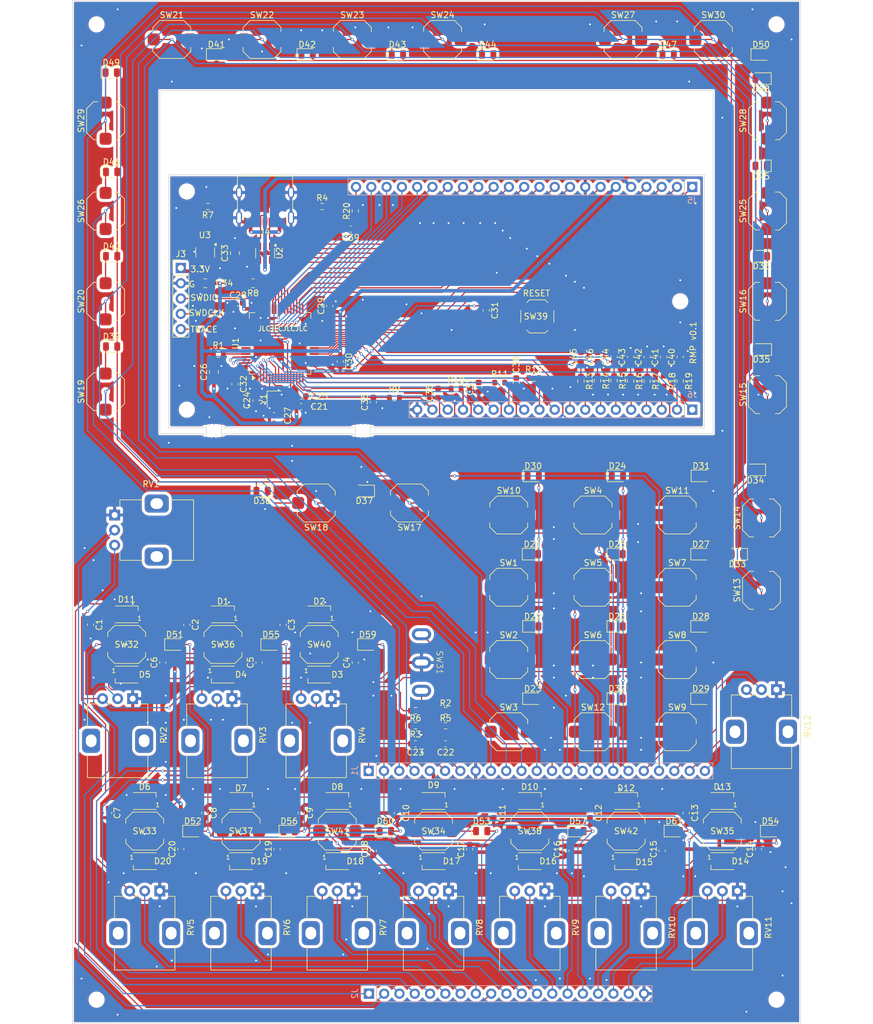
<source format=kicad_pcb>
(kicad_pcb
	(version 20240108)
	(generator "pcbnew")
	(generator_version "8.0")
	(general
		(thickness 1.6)
		(legacy_teardrops no)
	)
	(paper "A4" portrait)
	(layers
		(0 "F.Cu" signal)
		(31 "B.Cu" signal)
		(34 "B.Paste" user)
		(35 "F.Paste" user)
		(36 "B.SilkS" user "B.Silkscreen")
		(37 "F.SilkS" user "F.Silkscreen")
		(38 "B.Mask" user)
		(39 "F.Mask" user)
		(44 "Edge.Cuts" user)
		(45 "Margin" user)
		(46 "B.CrtYd" user "B.Courtyard")
		(47 "F.CrtYd" user "F.Courtyard")
		(48 "B.Fab" user)
		(49 "F.Fab" user)
	)
	(setup
		(stackup
			(layer "F.SilkS"
				(type "Top Silk Screen")
				(color "White")
			)
			(layer "F.Paste"
				(type "Top Solder Paste")
			)
			(layer "F.Mask"
				(type "Top Solder Mask")
				(color "Black")
				(thickness 0.01)
			)
			(layer "F.Cu"
				(type "copper")
				(thickness 0.035)
			)
			(layer "dielectric 1"
				(type "core")
				(thickness 1.51)
				(material "FR4")
				(epsilon_r 4.5)
				(loss_tangent 0.02)
			)
			(layer "B.Cu"
				(type "copper")
				(thickness 0.035)
			)
			(layer "B.Mask"
				(type "Bottom Solder Mask")
				(color "Black")
				(thickness 0.01)
			)
			(layer "B.Paste"
				(type "Bottom Solder Paste")
			)
			(layer "B.SilkS"
				(type "Bottom Silk Screen")
				(color "White")
			)
			(copper_finish "None")
			(dielectric_constraints yes)
		)
		(pad_to_mask_clearance 0)
		(allow_soldermask_bridges_in_footprints no)
		(pcbplotparams
			(layerselection 0x00010fc_ffffffff)
			(plot_on_all_layers_selection 0x0000000_00000000)
			(disableapertmacros no)
			(usegerberextensions no)
			(usegerberattributes yes)
			(usegerberadvancedattributes yes)
			(creategerberjobfile yes)
			(dashed_line_dash_ratio 12.000000)
			(dashed_line_gap_ratio 3.000000)
			(svgprecision 4)
			(plotframeref no)
			(viasonmask no)
			(mode 1)
			(useauxorigin no)
			(hpglpennumber 1)
			(hpglpenspeed 20)
			(hpglpendiameter 15.000000)
			(pdf_front_fp_property_popups yes)
			(pdf_back_fp_property_popups yes)
			(dxfpolygonmode yes)
			(dxfimperialunits yes)
			(dxfusepcbnewfont yes)
			(psnegative no)
			(psa4output no)
			(plotreference yes)
			(plotvalue yes)
			(plotfptext yes)
			(plotinvisibletext no)
			(sketchpadsonfab no)
			(subtractmaskfromsilk no)
			(outputformat 1)
			(mirror no)
			(drillshape 1)
			(scaleselection 1)
			(outputdirectory "")
		)
	)
	(net 0 "")
	(net 1 "VBUS")
	(net 2 "GND")
	(net 3 "Net-(D1-DOUT)")
	(net 4 "Net-(D1-DIN)")
	(net 5 "Net-(D2-DOUT)")
	(net 6 "Net-(D3-DOUT)")
	(net 7 "Net-(D4-DOUT)")
	(net 8 "Net-(D5-DOUT)")
	(net 9 "Net-(D6-DOUT)")
	(net 10 "Net-(D7-DOUT)")
	(net 11 "Net-(D8-DOUT)")
	(net 12 "Net-(D10-DIN)")
	(net 13 "Net-(D10-DOUT)")
	(net 14 "/LEDs")
	(net 15 "Net-(D12-DOUT)")
	(net 16 "Net-(D13-DOUT)")
	(net 17 "Net-(D14-DOUT)")
	(net 18 "Net-(D15-DOUT)")
	(net 19 "Net-(D16-DOUT)")
	(net 20 "Net-(D17-DOUT)")
	(net 21 "Net-(D18-DOUT)")
	(net 22 "Net-(D19-DOUT)")
	(net 23 "unconnected-(D20-DOUT-Pad1)")
	(net 24 "/NumpadCol1")
	(net 25 "Net-(D21-K)")
	(net 26 "Net-(D22-K)")
	(net 27 "Net-(D23-K)")
	(net 28 "Net-(D24-K)")
	(net 29 "/NumpadCol2")
	(net 30 "Net-(D25-K)")
	(net 31 "Net-(D26-K)")
	(net 32 "/NumpadCol3")
	(net 33 "Net-(D27-K)")
	(net 34 "Net-(D28-K)")
	(net 35 "Net-(D29-K)")
	(net 36 "Net-(D30-K)")
	(net 37 "Net-(D31-K)")
	(net 38 "Net-(D32-K)")
	(net 39 "/KeysCol1")
	(net 40 "Net-(D33-K)")
	(net 41 "Net-(D34-K)")
	(net 42 "Net-(D35-K)")
	(net 43 "Net-(D36-K)")
	(net 44 "/KeysCol2")
	(net 45 "Net-(D37-K)")
	(net 46 "Net-(D38-K)")
	(net 47 "Net-(D39-K)")
	(net 48 "Net-(D40-K)")
	(net 49 "Net-(D41-K)")
	(net 50 "Net-(D42-K)")
	(net 51 "Net-(D43-K)")
	(net 52 "Net-(D44-K)")
	(net 53 "Net-(D45-K)")
	(net 54 "Net-(D46-K)")
	(net 55 "Net-(D47-K)")
	(net 56 "Net-(D48-K)")
	(net 57 "Net-(D49-K)")
	(net 58 "Net-(D50-K)")
	(net 59 "+3V3")
	(net 60 "/Brightness")
	(net 61 "/VHF1vol")
	(net 62 "/VHF2vol")
	(net 63 "/VHF3vol")
	(net 64 "/HF1vol")
	(net 65 "/HF2vol")
	(net 66 "/TEL1vol")
	(net 67 "/TEL2vol")
	(net 68 "/INTvol")
	(net 69 "/CABvol")
	(net 70 "/PAvol")
	(net 71 "/NAV vol")
	(net 72 "/NumpadRow2")
	(net 73 "/NumpadRow3")
	(net 74 "/NumpadRow4")
	(net 75 "/NumpadRow1")
	(net 76 "/KeysRow1")
	(net 77 "/KeysRow2")
	(net 78 "/KeysRow3")
	(net 79 "/KeysRow4")
	(net 80 "/KeysRow5")
	(net 81 "/KeysRow6")
	(net 82 "/INT")
	(net 83 "/RAD")
	(net 84 "Net-(D51-K)")
	(net 85 "Net-(D52-K)")
	(net 86 "Net-(D53-K)")
	(net 87 "Net-(D54-K)")
	(net 88 "Net-(D55-K)")
	(net 89 "Net-(D56-K)")
	(net 90 "Net-(D57-K)")
	(net 91 "Net-(D59-K)")
	(net 92 "Net-(D60-K)")
	(net 93 "Net-(D61-K)")
	(net 94 "/KeysCol3")
	(net 95 "/TransCol1")
	(net 96 "/TransCol2")
	(net 97 "/TransCol3")
	(net 98 "/TransRow1")
	(net 99 "/TransRow2")
	(net 100 "/TransRow3")
	(net 101 "/TransRow4")
	(net 102 "Net-(SW31-A)")
	(net 103 "Net-(SW31-C)")
	(net 104 "/HSE_IN")
	(net 105 "/HSE_OUT")
	(net 106 "/NRST")
	(net 107 "/SWD_TRACE")
	(net 108 "/SWD_CLK")
	(net 109 "/SWD_IO")
	(net 110 "/USB & Power/USB_D+")
	(net 111 "unconnected-(J4-SBU2-PadB8)")
	(net 112 "/USB & Power/USB_D-")
	(net 113 "Net-(J4-CC1)")
	(net 114 "Net-(J4-CC2)")
	(net 115 "unconnected-(J4-SBU1-PadA8)")
	(net 116 "/BOOT0")
	(net 117 "/USB_PROT_D+")
	(net 118 "Net-(J5-Pin_23)")
	(net 119 "/PA1_CABvol")
	(net 120 "Net-(J6-Pin_5)")
	(net 121 "Net-(J6-Pin_6)")
	(net 122 "Net-(J6-Pin_2)")
	(net 123 "/PC3_NAVvol")
	(net 124 "Net-(J6-Pin_3)")
	(net 125 "/PC11_KeysCol2")
	(net 126 "/PA2_INTvol")
	(net 127 "/PA0_PAvol")
	(net 128 "/USB_PROT_D-")
	(net 129 "Net-(J6-Pin_7)")
	(net 130 "unconnected-(U3-NC-Pad4)")
	(net 131 "/PA3_TEL2vol")
	(net 132 "/PA7_LEDs")
	(net 133 "/PA6_HF1vol")
	(net 134 "/PA5_HF2vol")
	(net 135 "/PA4_TEL1vol")
	(net 136 "/PC4_VHF3vol")
	(net 137 "/PC5_VHF2vol")
	(net 138 "/PB0_VHF1vol")
	(net 139 "/PB1_Brightness")
	(net 140 "/PC14_TransCol1")
	(net 141 "/PB8_TransCol2")
	(net 142 "/PC13_TransRow3")
	(net 143 "/PB9_TransRow4")
	(net 144 "/PC15_TransRow2")
	(net 145 "/PC0_TransRow1")
	(net 146 "/PB10_TransCol3")
	(net 147 "/PB11_KeysRow6")
	(net 148 "/PB2_RAD")
	(net 149 "/PB15_KeysRow3")
	(net 150 "/PC7_KeysRow1")
	(net 151 "/PB14_KeysRow4")
	(net 152 "/PB12_KeysRow5")
	(net 153 "/PB13_INT")
	(net 154 "/PC6_KeysRow2")
	(net 155 "/PA9_NumpadRow2")
	(net 156 "/PA10_NumpadRow1")
	(net 157 "/PC8_NumpadRow4")
	(net 158 "/PC9_NumpadCol1")
	(net 159 "/PA8_NumpadRow3")
	(net 160 "/PC10_KeysCol3")
	(net 161 "/PA15_KeysCol1")
	(net 162 "/PC12_NumpadCol3")
	(net 163 "/PD2_NumpadCol2")
	(net 164 "Net-(J6-Pin_11)")
	(net 165 "Net-(J6-Pin_4)")
	(net 166 "Net-(J6-Pin_8)")
	(net 167 "Net-(J6-Pin_16)")
	(net 168 "Net-(J6-Pin_13)")
	(net 169 "Net-(J6-Pin_18)")
	(net 170 "unconnected-(U1-PB5-Pad57)")
	(net 171 "unconnected-(U1-PC2-Pad10)")
	(net 172 "unconnected-(U1-PB4-Pad56)")
	(net 173 "unconnected-(U1-PC1-Pad9)")
	(net 174 "unconnected-(U1-PB7-Pad59)")
	(net 175 "unconnected-(U1-PB6-Pad58)")
	(footprint "Diode_SMD:D_0805_2012Metric" (layer "F.Cu") (at 91.0625 147))
	(footprint "Diode_SMD:D_0805_2012Metric" (layer "F.Cu") (at 142 178))
	(footprint "Capacitor_SMD:C_0603_1608Metric" (layer "F.Cu") (at 134.75 99.25 90))
	(footprint "Capacitor_SMD:C_0603_1608Metric" (layer "F.Cu") (at 73 150 90))
	(footprint "LED_SMD:LED_SK6805_PLCC4_2.4x2.7mm_P1.3mm" (layer "F.Cu") (at 83 142 180))
	(footprint "Diode_SMD:D_0805_2012Metric" (layer "F.Cu") (at 146.4375 144))
	(footprint "LED_SMD:LED_SK6805_PLCC4_2.4x2.7mm_P1.3mm" (layer "F.Cu") (at 70 173 180))
	(footprint "Button_Switch_SMD:SW_Push_1P1T_XKB_TS-1187A" (layer "F.Cu") (at 119.25 92.5))
	(footprint "Diode_SMD:D_0805_2012Metric" (layer "F.Cu") (at 110 178))
	(footprint "Diode_SMD:D_0805_2012Metric" (layer "F.Cu") (at 90.5 121.5 180))
	(footprint "Potentiometer_THT:Potentiometer_Alps_RK09K_Single_Vertical" (layer "F.Cu") (at 52 156 -90))
	(footprint "Resistor_SMD:R_0805_2012Metric" (layer "F.Cu") (at 72 87 180))
	(footprint "Resistor_SMD:R_0603_1608Metric" (layer "F.Cu") (at 132 103.175 -90))
	(footprint "Capacitor_SMD:C_0603_1608Metric" (layer "F.Cu") (at 80 175 -90))
	(footprint "xenua:MouseBite_NoJaggies_S" (layer "F.Cu") (at 90.25 111 180))
	(footprint "Diode_SMD:D_0805_2012Metric" (layer "F.Cu") (at 48.5 68.5))
	(footprint "NiasStuff:SW_Push_1TS009xxxx-xxxx-xxxx_6x6x5mm" (layer "F.Cu") (at 157.5 60 90))
	(footprint "NiasStuff:SW_Push_1TS009xxxx-xxxx-xxxx_6x6x5mm" (layer "F.Cu") (at 114.5 149.5))
	(footprint "Capacitor_SMD:C_0603_1608Metric" (layer "F.Cu") (at 77 143.725 -90))
	(footprint "NiasStuff:SW_Push_1TS009xxxx-xxxx-xxxx_6x6x5mm" (layer "F.Cu") (at 114.5 137.5))
	(footprint "Diode_SMD:D_0805_2012Metric" (layer "F.Cu") (at 48.5 97.5))
	(footprint "Resistor_SMD:R_0603_1608Metric" (layer "F.Cu") (at 105.75 104.5))
	(footprint "Capacitor_SMD:C_0603_1608Metric" (layer "F.Cu") (at 126.5 99.25 -90))
	(footprint "NiasStuff:SW_Push_1TS009xxxx-xxxx-xxxx_6x6x5mm" (layer "F.Cu") (at 150 178))
	(footprint "NiasStuff:SW_Push_1TS009xxxx-xxxx-xxxx_6x6x5mm" (layer "F.Cu") (at 47.5 90 90))
	(footprint "NiasStuff:SW_Push_1TS009xxxx-xxxx-xxxx_6x6x5mm" (layer "F.Cu") (at 102 178))
	(footprint "NiasStuff:SW_Push_1TS009xxxx-xxxx-xxxx_6x6x5mm" (layer "F.Cu") (at 54 178))
	(footprint "Diode_SMD:D_0805_2012Metric" (layer "F.Cu") (at 146.5 119))
	(footprint "Capacitor_SMD:C_0603_1608Metric" (layer "F.Cu") (at 129.25 99.25 -90))
	(footprint "LED_SMD:LED_SK6805_PLCC4_2.4x2.7mm_P1.3mm"
		(layer "F.Cu")
		(uuid "2049311d-1944-45e9-95ae-b26951a29338")
		(at 150 173 180)
		(descr "https://cdn-shop.adafruit.com/product-files/3484/3484_Datasheet.pdf")
		(tags "LED RGB NeoPixel Nano PLCC-4")
		(property "Reference" "D13"
			(at 0 2.35 180)
			(layer "F.SilkS")
			(uuid "85847409-1714-47a3-a32c-8ed33e795ae5")
			(effects
				(font
					(size 1 1)
					(thickness 0.15)
				)
			)
		)
		(property "Value" "SK6805"
			(at 0 2.7 180)
			(layer "F.Fab")
			(uuid "4a449934-1b67-4584-ba40-32ccd46d7019")
			(effects
				(font
					(size 1 1)
					(thickness 0.15)
				)
			)
		)
		(property "Footprint" "LED_SMD:LED_SK6805_PLCC4_2.4x2.7mm_P1.3mm"
			(at 0 0 180)
			(unlocked yes)
			(layer "F.Fab")
			(hide yes)
			(uuid "5a971b4d-ca22-478d-949b-7080080e0677")
			(effects
				(font
					(size 1.27 1.27)
				)
			)
		)
		(property "Datasheet" "https://www.lcsc.com/datasheet/lcsc_datasheet_2110250930_OPSCO-Optoelectronics-SK6805MICRO-J_C2909056.pdf"
			(at 0 0 180)
			(unlocked yes)
			(layer "F.Fab")
			(hide yes)
			(uuid "47d4c48e-c77d-4555-9ff1-442de2c49f3e")
			(effects
				(font
					(size 1.27 1.27)
				)
			)
		)
		(property "Description" "RGB LED with integrated controller"
			(at 0 0 180)
			(unlocked yes)
			(layer "F.Fab")
			(hide yes)
			(uuid "fd50ed51-37e8-438c-8403-6a6d403c1d0e")
			(effects
				(font
					(size 1.27 1.27)
				)
			)
		)
		(property "JLCPCB Part" "C2909056"
			(at 0 0 180)
			(unlocked yes)
			(layer "F.Fab")
			(hide yes)
			(uuid "0e9959a6-6ef9-4859-9991-7822de6f507f")
			(effects
				(font
					(size 1 1)
					(thickness 0.15)
				)
			)
		)
		(property "Manufracturer" "OPSCO Optoelectronics"
			(at 0 0 180)
			(unlocked yes)
			(layer "F.Fab")
			(hide yes)
			(uuid "b63f3311-008e-41ea-9393-58b6f557c518")
			(effects
				(font
					(size 1 1)
					(thickness 0.15)
				)
			)
		)
		(property "Manufracturer Part Number" "SK6805MICRO-J"
			(at 0 0 180)
			(unlocked yes)
			(layer "F.Fab")
			(hide yes)
			(uuid "f067d3fb-0218-4660-8b2d-8fe6209f0073")
			(effects
				(font
					(size 1 1)
					(thickness 0.15)
				)
			)
		)
		(property ki_fp_filters "LED*SK6805*PLCC*2.4x2.7mm*P1.3mm*")
		(path "/6452e6b2-8e1c-4d09-b21d-4100d8be914b/7d9c4818-2798-45cb-a5a0-b8ddb3aaf801")
		(sheetname "LEDs")
		(sheetfile "LEDs.kicad_sch")
		(attr smd)
		(fp_line
			(start -1.9 1.4)
			(end 1.9 1.4)
			(stroke
				(width 0.12)
				(type solid)
			)
			(layer "F.SilkS")
			(uuid "32185ab8-3194-4cd3-86ae-a9b55298976f")
		)
		(fp_line
			(start -1.9 1.4)
			(end -1.9 0.65)
			(stroke
				(width 0.12)
				(type solid)
			)
			(layer "F.SilkS")
			(uuid "c9ca5f89-7518-49be-b7e0-526dccf61212")
		)
		(fp_line
			(start -1.9 -1.4)
			(end 1.9 -1.4)
			(stroke
				(width 0.12)
				(type solid)
			)
			(layer "F.SilkS")
			(uuid "bdf790d0-3546-4a6b-b63f-f1c25ae4a4d3")
		)
		(fp_line
			(start 1.75 1.45)
			(end 1.75 -1.45)
			(stroke
				(width 0.05)
				(type solid)
			)
			(layer "F.CrtYd")
			(uuid "65c5a6c9-bb48-4731-b145-1880bccc2397")
		)
		(fp_line
			(start 1.75 -1.45)
			(end -1.75 -1.45)
			(stroke
				(width 0.05)
				(type solid)
			)
			(layer "F.CrtYd")
			(uuid "400cc087-9ce0-4171-bb94-c75bcbf590a2")
		)
		(fp_line
			(start -1.75 1.45)
			(end 1.75 1.45)
			(stroke
				(width 0.05)
				(type solid)
			)
			(layer "F.CrtYd")
			(uuid "555e80c3-222a-47d1-a0f3-9728e617accc")
		)
		(fp_line
			(start -1.75 -1.45)
			(end -1.75 1.45)
			(stroke
				(width 0.05)
				(type solid)
			)
			(layer "F.CrtYd")
			(uuid "d64e0e03-9d1b-4b9c-8541-70be32452731")
		)
		(fp_line
			(start 1.35 1.2)
			(end 1.35 -1.2)
			(stroke
				(width 0.1)
				(type solid)
			)
			(layer "F.Fab")
			(uuid "3cabaddc-043d-4baf-b80b-e099a0fa7b05")
		)
		(fp_line
			(start 1.35 -1.2)
			(end -1.35 -1.2)
			(stroke
				(width 0.1)
				(type solid)
			)
			(layer "F.Fab")
			(uuid "9b78bb39-ec63-441e-89d0-361db26c4b06")
		)
		(fp_line
			(start -1.35 1.2)
			(end 1.35 1.2)
			(stroke
				(width 0.1)
				(type solid)
			)
			(layer "F.Fab")
			(uuid "c7ff99d3-4916-4d3e-b998-2bce3c1c938e")
		)
		(fp_line
			(start -1.35 0.6)
			(end -0.75 1.2)
			(stroke
				(width 0.1)
				(type solid)
			
... [2414295 chars truncated]
</source>
